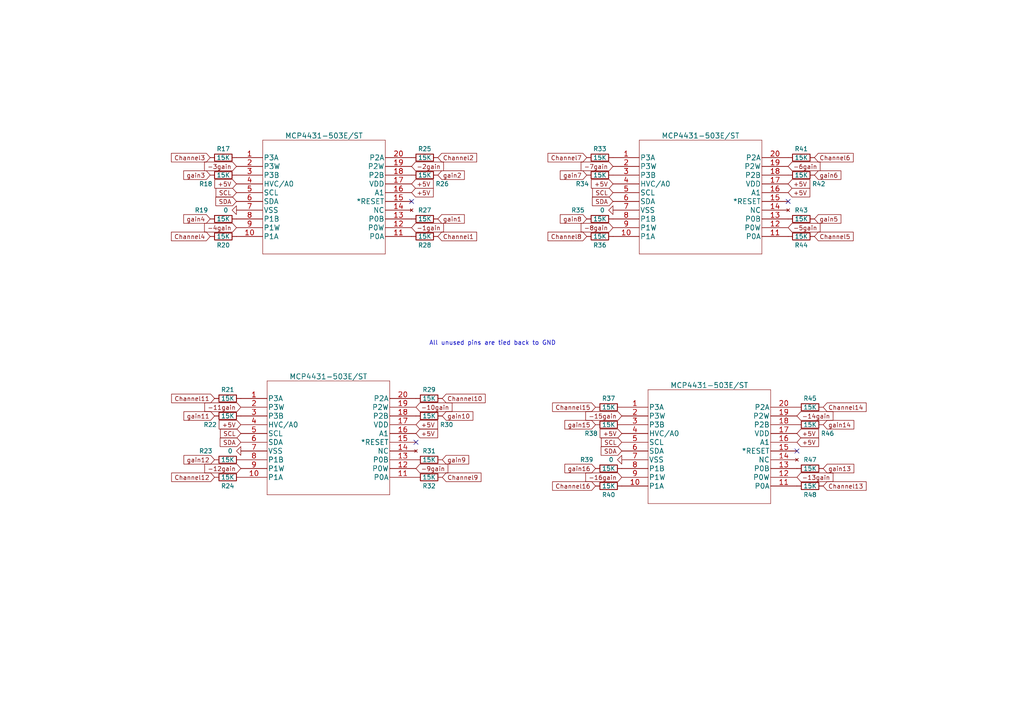
<source format=kicad_sch>
(kicad_sch (version 20230121) (generator eeschema)
  (paper "A4")
  (lib_symbols
    (symbol "Device:R" (pin_numbers hide) (pin_names (offset 0))
      (property "Reference" "R" (at 2.032 0 90))
      (property "Value" "R" (at 0 0 90))
      (symbol "R_0_1"
        (rectangle (start -1.016 -2.54) (end 1.016 2.54) (stroke (width 0.254)))
      )
      (symbol "R_1_1"
        (pin passive line (at 0 3.81 270) (length 1.27) (name "~") (number "1"))
        (pin passive line (at 0 -3.81 90) (length 1.27) (name "~") (number "2"))
      )
    )
    (symbol "FaultSignalGeneratorCustomSymbols:MCP4431-503E/ST" (pin_names (offset 0.254))
      (property "Reference" "U" (at 25.4 10.16 0))
      (property "Value" "MCP4431-503E/ST" (at 25.4 7.62 0))
      (symbol "MCP4431-503E/ST_1_1"
        (polyline (pts (xy 7.62 -27.94) (xy 43.18 -27.94)) (stroke (width 0.127)))
        (polyline (pts (xy 7.62 5.08) (xy 7.62 -27.94)) (stroke (width 0.127)))
        (polyline (pts (xy 43.18 -27.94) (xy 43.18 5.08)) (stroke (width 0.127)))
        (polyline (pts (xy 43.18 5.08) (xy 7.62 5.08)) (stroke (width 0.127)))
        (pin unspecified line (at 0 0 0) (length 7.62) (name "P3A") (number "1"))
        (pin unspecified line (at 0 -22.86 0) (length 7.62) (name "P1A") (number "10"))
        (pin unspecified line (at 50.8 -22.86 180) (length 7.62) (name "P0A") (number "11"))
        (pin unspecified line (at 50.8 -20.32 180) (length 7.62) (name "P0W") (number "12"))
        (pin unspecified line (at 50.8 -17.78 180) (length 7.62) (name "P0B") (number "13"))
        (pin no_connect line (at 50.8 -15.24 180) (length 7.62) (name "NC") (number "14"))
        (pin input line (at 50.8 -12.7 180) (length 7.62) (name "*RESET") (number "15"))
        (pin input line (at 50.8 -10.16 180) (length 7.62) (name "A1") (number "16"))
        (pin power_in line (at 50.8 -7.62 180) (length 7.62) (name "VDD") (number "17"))
        (pin unspecified line (at 50.8 -5.08 180) (length 7.62) (name "P2B") (number "18"))
        (pin unspecified line (at 50.8 -2.54 180) (length 7.62) (name "P2W") (number "19"))
        (pin unspecified line (at 0 -2.54 0) (length 7.62) (name "P3W") (number "2"))
        (pin unspecified line (at 50.8 0 180) (length 7.62) (name "P2A") (number "20"))
        (pin unspecified line (at 0 -5.08 0) (length 7.62) (name "P3B") (number "3"))
        (pin input line (at 0 -7.62 0) (length 7.62) (name "HVC/A0") (number "4"))
        (pin input line (at 0 -10.16 0) (length 7.62) (name "SCL") (number "5"))
        (pin input line (at 0 -12.7 0) (length 7.62) (name "SDA") (number "6"))
        (pin power_in line (at 0 -15.24 0) (length 7.62) (name "VSS") (number "7"))
        (pin unspecified line (at 0 -17.78 0) (length 7.62) (name "P1B") (number "8"))
        (pin unspecified line (at 0 -20.32 0) (length 7.62) (name "P1W") (number "9"))
      )
    )
    (symbol "pspice:0" (power) (pin_names (offset 0))
      (property "Value" "0" (at 0 -1.778 0))
      (symbol "0_0_1"
        (polyline (pts (xy -1.27 0) (xy 0 -1.27) (xy 1.27 0) (xy -1.27 0)))
      )
      (symbol "0_1_1"
        (pin power_in line (at 0 0 0) (length 0) hide (name "0") (number "1"))
      )
    )
  )
  (no_connect (at 228.6 58.42))
  (no_connect (at 231.14 130.81))
  (no_connect (at 120.65 128.27))
  (no_connect (at 119.38 58.42))
  (text "All unused pins are tied back to GND\n" (at 124.46 100.33 0) (effects (font (size 1.27 1.27)) (justify left bottom)))
  (global_label "gain15" (shape input) (at 172.72 123.19 180) (property "Intersheetrefs" "${INTERSHEET_REFS}" (effects hide)))
  (global_label "SDA" (shape input) (at 68.58 58.42 180) (property "Intersheetrefs" "${INTERSHEET_REFS}" (effects hide)))
  (global_label "Channel6" (shape input) (at 236.22 45.72 0) (property "Intersheetrefs" "${INTERSHEET_REFS}" (effects hide)))
  (global_label "Channel3" (shape input) (at 60.96 45.72 180) (property "Intersheetrefs" "${INTERSHEET_REFS}" (effects hide)))
  (global_label "gain4" (shape input) (at 60.96 63.5 180) (property "Intersheetrefs" "${INTERSHEET_REFS}" (effects hide)))
  (global_label "gain8" (shape input) (at 170.18 63.5 180) (property "Intersheetrefs" "${INTERSHEET_REFS}" (effects hide)))
  (global_label "+5V" (shape input) (at 177.8 53.34 180) (property "Intersheetrefs" "${INTERSHEET_REFS}" (effects hide)))
  (global_label "Channel11" (shape input) (at 62.23 115.57 180) (property "Intersheetrefs" "${INTERSHEET_REFS}" (effects hide)))
  (global_label "-8gain" (shape input) (at 177.8 66.04 180) (property "Intersheetrefs" "${INTERSHEET_REFS}" (effects hide)))
  (global_label "gain3" (shape input) (at 60.96 50.8 180) (property "Intersheetrefs" "${INTERSHEET_REFS}" (effects hide)))
  (global_label "SDA" (shape input) (at 180.34 130.81 180) (property "Intersheetrefs" "${INTERSHEET_REFS}" (effects hide)))
  (global_label "+5V" (shape input) (at 68.58 53.34 180) (property "Intersheetrefs" "${INTERSHEET_REFS}" (effects hide)))
  (global_label "Channel16" (shape input) (at 172.72 140.97 180) (property "Intersheetrefs" "${INTERSHEET_REFS}" (effects hide)))
  (global_label "SDA" (shape input) (at 177.8 58.42 180) (property "Intersheetrefs" "${INTERSHEET_REFS}" (effects hide)))
  (global_label "+5V" (shape input) (at 228.6 53.34 0) (property "Intersheetrefs" "${INTERSHEET_REFS}" (effects hide)))
  (global_label "gain1" (shape input) (at 127 63.5 0) (property "Intersheetrefs" "${INTERSHEET_REFS}" (effects hide)))
  (global_label "Channel14" (shape input) (at 238.76 118.11 0) (property "Intersheetrefs" "${INTERSHEET_REFS}" (effects hide)))
  (global_label "Channel4" (shape input) (at 60.96 68.58 180) (property "Intersheetrefs" "${INTERSHEET_REFS}" (effects hide)))
  (global_label "+5V" (shape input) (at 231.14 128.27 0) (property "Intersheetrefs" "${INTERSHEET_REFS}" (effects hide)))
  (global_label "-5gain" (shape input) (at 228.6 66.04 0) (property "Intersheetrefs" "${INTERSHEET_REFS}" (effects hide)))
  (global_label "gain6" (shape input) (at 236.22 50.8 0) (property "Intersheetrefs" "${INTERSHEET_REFS}" (effects hide)))
  (global_label "+5V" (shape input) (at 231.14 125.73 0) (property "Intersheetrefs" "${INTERSHEET_REFS}" (effects hide)))
  (global_label "-14gain" (shape input) (at 231.14 120.65 0) (property "Intersheetrefs" "${INTERSHEET_REFS}" (effects hide)))
  (global_label "gain9" (shape input) (at 128.27 133.35 0) (property "Intersheetrefs" "${INTERSHEET_REFS}" (effects hide)))
  (global_label "gain16" (shape input) (at 172.72 135.89 180) (property "Intersheetrefs" "${INTERSHEET_REFS}" (effects hide)))
  (global_label "-3gain" (shape input) (at 68.58 48.26 180) (property "Intersheetrefs" "${INTERSHEET_REFS}" (effects hide)))
  (global_label "gain2" (shape input) (at 127 50.8 0) (property "Intersheetrefs" "${INTERSHEET_REFS}" (effects hide)))
  (global_label "-11gain" (shape input) (at 69.85 118.11 180) (property "Intersheetrefs" "${INTERSHEET_REFS}" (effects hide)))
  (global_label "Channel2" (shape input) (at 127 45.72 0) (property "Intersheetrefs" "${INTERSHEET_REFS}" (effects hide)))
  (global_label "Channel9" (shape input) (at 128.27 138.43 0) (property "Intersheetrefs" "${INTERSHEET_REFS}" (effects hide)))
  (global_label "Channel10" (shape input) (at 128.27 115.57 0) (property "Intersheetrefs" "${INTERSHEET_REFS}" (effects hide)))
  (global_label "SDA" (shape input) (at 69.85 128.27 180) (property "Intersheetrefs" "${INTERSHEET_REFS}" (effects hide)))
  (global_label "SCL" (shape input) (at 68.58 55.88 180) (property "Intersheetrefs" "${INTERSHEET_REFS}" (effects hide)))
  (global_label "SCL" (shape input) (at 177.8 55.88 180) (property "Intersheetrefs" "${INTERSHEET_REFS}" (effects hide)))
  (global_label "gain5" (shape input) (at 236.22 63.5 0) (property "Intersheetrefs" "${INTERSHEET_REFS}" (effects hide)))
  (global_label "gain14" (shape input) (at 238.76 123.19 0) (property "Intersheetrefs" "${INTERSHEET_REFS}" (effects hide)))
  (global_label "-2gain" (shape input) (at 119.38 48.26 0) (property "Intersheetrefs" "${INTERSHEET_REFS}" (effects hide)))
  (global_label "+5V" (shape input) (at 120.65 123.19 0) (property "Intersheetrefs" "${INTERSHEET_REFS}" (effects hide)))
  (global_label "gain7" (shape input) (at 170.18 50.8 180) (property "Intersheetrefs" "${INTERSHEET_REFS}" (effects hide)))
  (global_label "Channel1" (shape input) (at 127 68.58 0) (property "Intersheetrefs" "${INTERSHEET_REFS}" (effects hide)))
  (global_label "gain13" (shape input) (at 238.76 135.89 0) (property "Intersheetrefs" "${INTERSHEET_REFS}" (effects hide)))
  (global_label "+5V" (shape input) (at 228.6 55.88 0) (property "Intersheetrefs" "${INTERSHEET_REFS}" (effects hide)))
  (global_label "-9gain" (shape input) (at 120.65 135.89 0) (property "Intersheetrefs" "${INTERSHEET_REFS}" (effects hide)))
  (global_label "gain12" (shape input) (at 62.23 133.35 180) (property "Intersheetrefs" "${INTERSHEET_REFS}" (effects hide)))
  (global_label "Channel7" (shape input) (at 170.18 45.72 180) (property "Intersheetrefs" "${INTERSHEET_REFS}" (effects hide)))
  (global_label "-4gain" (shape input) (at 68.58 66.04 180) (property "Intersheetrefs" "${INTERSHEET_REFS}" (effects hide)))
  (global_label "Channel13" (shape input) (at 238.76 140.97 0) (property "Intersheetrefs" "${INTERSHEET_REFS}" (effects hide)))
  (global_label "-6gain" (shape input) (at 228.6 48.26 0) (property "Intersheetrefs" "${INTERSHEET_REFS}" (effects hide)))
  (global_label "+5V" (shape input) (at 119.38 53.34 0) (property "Intersheetrefs" "${INTERSHEET_REFS}" (effects hide)))
  (global_label "-13gain" (shape input) (at 231.14 138.43 0) (property "Intersheetrefs" "${INTERSHEET_REFS}" (effects hide)))
  (global_label "SCL" (shape input) (at 69.85 125.73 180) (property "Intersheetrefs" "${INTERSHEET_REFS}" (effects hide)))
  (global_label "Channel15" (shape input) (at 172.72 118.11 180) (property "Intersheetrefs" "${INTERSHEET_REFS}" (effects hide)))
  (global_label "-16gain" (shape input) (at 180.34 138.43 180) (property "Intersheetrefs" "${INTERSHEET_REFS}" (effects hide)))
  (global_label "Channel8" (shape input) (at 170.18 68.58 180) (property "Intersheetrefs" "${INTERSHEET_REFS}" (effects hide)))
  (global_label "-7gain" (shape input) (at 177.8 48.26 180) (property "Intersheetrefs" "${INTERSHEET_REFS}" (effects hide)))
  (global_label "gain11" (shape input) (at 62.23 120.65 180) (property "Intersheetrefs" "${INTERSHEET_REFS}" (effects hide)))
  (global_label "-15gain" (shape input) (at 180.34 120.65 180) (property "Intersheetrefs" "${INTERSHEET_REFS}" (effects hide)))
  (global_label "+5V" (shape input) (at 180.34 125.73 180) (property "Intersheetrefs" "${INTERSHEET_REFS}" (effects hide)))
  (global_label "-10gain" (shape input) (at 120.65 118.11 0) (property "Intersheetrefs" "${INTERSHEET_REFS}" (effects hide)))
  (global_label "+5V" (shape input) (at 69.85 123.19 180) (property "Intersheetrefs" "${INTERSHEET_REFS}" (effects hide)))
  (global_label "gain10" (shape input) (at 128.27 120.65 0) (property "Intersheetrefs" "${INTERSHEET_REFS}" (effects hide)))
  (global_label "+5V" (shape input) (at 119.38 55.88 0) (property "Intersheetrefs" "${INTERSHEET_REFS}" (effects hide)))
  (global_label "-1gain" (shape input) (at 119.38 66.04 0) (property "Intersheetrefs" "${INTERSHEET_REFS}" (effects hide)))
  (global_label "Channel12" (shape input) (at 62.23 138.43 180) (property "Intersheetrefs" "${INTERSHEET_REFS}" (effects hide)))
  (global_label "SCL" (shape input) (at 180.34 128.27 180) (property "Intersheetrefs" "${INTERSHEET_REFS}" (effects hide)))
  (global_label "Channel5" (shape input) (at 236.22 68.58 0) (property "Intersheetrefs" "${INTERSHEET_REFS}" (effects hide)))
  (global_label "-12gain" (shape input) (at 69.85 135.89 180) (property "Intersheetrefs" "${INTERSHEET_REFS}" (effects hide)))
  (global_label "+5V" (shape input) (at 120.65 125.73 0) (property "Intersheetrefs" "${INTERSHEET_REFS}" (effects hide)))
  (symbol (lib_id "Device:R") (at 66.04 133.35 90) (unit 1)
    (property "Reference" "R23" (at 59.69 130.81 90))
    (property "Value" "15K" (at 66.04 133.35 90))
    (property "Footprint" "Resistor_SMD:R_1206_3216Metric" (effects hide))
  )
  (symbol (lib_id "Device:R") (at 176.53 140.97 90) (unit 1)
    (property "Reference" "R40" (at 176.53 143.51 90))
    (property "Value" "15K" (at 176.53 140.97 90))
    (property "Footprint" "Resistor_SMD:R_1206_3216Metric" (effects hide))
  )
  (symbol (lib_id "Device:R") (at 232.41 50.8 90) (unit 1)
    (property "Reference" "R42" (at 237.49 53.34 90))
    (property "Value" "15K" (at 232.41 50.8 90))
    (property "Footprint" "Resistor_SMD:R_1206_3216Metric" (effects hide))
  )
  (symbol (lib_id "FaultSignalGeneratorCustomSymbols:MCP4431-503E/ST") (at 180.34 118.11 0) (unit 1)
    (property "Reference" "U4" (effects hide))
    (property "Value" "MCP4431-503E/ST" (at 205.74 111.76 0) (effects (font (size 1.524 1.524))))
    (property "Footprint" "Package_SO:TSSOP-20_4.4x6.5mm_P0.65mm" (effects hide))
  )
  (symbol (lib_id "Device:R") (at 64.77 50.8 90) (unit 1)
    (property "Reference" "R18" (at 59.69 53.34 90))
    (property "Value" "15K" (at 64.77 50.8 90))
    (property "Footprint" "Resistor_SMD:R_1206_3216Metric" (effects hide))
  )
  (symbol (lib_id "Device:R") (at 64.77 68.58 90) (unit 1)
    (property "Reference" "R20" (at 64.77 71.12 90))
    (property "Value" "15K" (at 64.77 68.58 90))
    (property "Footprint" "Resistor_SMD:R_1206_3216Metric" (effects hide))
  )
  (symbol (lib_id "Device:R") (at 123.19 50.8 90) (unit 1)
    (property "Reference" "R26" (at 128.27 53.34 90))
    (property "Value" "15K" (at 123.19 50.8 90))
    (property "Footprint" "Resistor_SMD:R_1206_3216Metric" (effects hide))
  )
  (symbol (lib_id "FaultSignalGeneratorCustomSymbols:MCP4431-503E/ST") (at 68.58 45.72 0) (unit 1)
    (property "Reference" "U1" (effects hide))
    (property "Value" "MCP4431-503E/ST" (at 93.98 39.37 0) (effects (font (size 1.524 1.524))))
    (property "Footprint" "Package_SO:TSSOP-20_4.4x6.5mm_P0.65mm" (effects hide))
  )
  (symbol (lib_id "Device:R") (at 234.95 118.11 90) (unit 1)
    (property "Reference" "R45" (at 234.95 115.57 90))
    (property "Value" "15K" (at 234.95 118.11 90))
    (property "Footprint" "Resistor_SMD:R_1206_3216Metric" (effects hide))
  )
  (symbol (lib_id "Device:R") (at 232.41 45.72 90) (unit 1)
    (property "Reference" "R41" (at 232.41 43.18 90))
    (property "Value" "15K" (at 232.41 45.72 90))
    (property "Footprint" "Resistor_SMD:R_1206_3216Metric" (effects hide))
  )
  (symbol (lib_id "Device:R") (at 123.19 68.58 90) (unit 1)
    (property "Reference" "R28" (at 123.19 71.12 90))
    (property "Value" "15K" (at 123.19 68.58 90))
    (property "Footprint" "Resistor_SMD:R_1206_3216Metric" (effects hide))
  )
  (symbol (lib_id "Device:R") (at 124.46 138.43 90) (unit 1)
    (property "Reference" "R32" (at 124.46 140.97 90))
    (property "Value" "15K" (at 124.46 138.43 90))
    (property "Footprint" "Resistor_SMD:R_1206_3216Metric" (effects hide))
  )
  (symbol (lib_id "Device:R") (at 64.77 63.5 90) (unit 1)
    (property "Reference" "R19" (at 58.42 60.96 90))
    (property "Value" "15K" (at 64.77 63.5 90))
    (property "Footprint" "Resistor_SMD:R_1206_3216Metric" (effects hide))
  )
  (symbol (lib_id "Device:R") (at 234.95 123.19 90) (unit 1)
    (property "Reference" "R46" (at 240.03 125.73 90))
    (property "Value" "15K" (at 234.95 123.19 90))
    (property "Footprint" "Resistor_SMD:R_1206_3216Metric" (effects hide))
  )
  (symbol (lib_id "Device:R") (at 173.99 63.5 90) (unit 1)
    (property "Reference" "R35" (at 167.64 60.96 90))
    (property "Value" "15K" (at 173.99 63.5 90))
    (property "Footprint" "Resistor_SMD:R_1206_3216Metric" (effects hide))
  )
  (symbol (lib_id "Device:R") (at 173.99 68.58 90) (unit 1)
    (property "Reference" "R36" (at 173.99 71.12 90))
    (property "Value" "15K" (at 173.99 68.58 90))
    (property "Footprint" "Resistor_SMD:R_1206_3216Metric" (effects hide))
  )
  (symbol (lib_id "Device:R") (at 176.53 123.19 90) (unit 1)
    (property "Reference" "R38" (at 171.45 125.73 90))
    (property "Value" "15K" (at 176.53 123.19 90))
    (property "Footprint" "Resistor_SMD:R_1206_3216Metric" (effects hide))
  )
  (symbol (lib_id "Device:R") (at 176.53 135.89 90) (unit 1)
    (property "Reference" "R39" (at 170.18 133.35 90))
    (property "Value" "15K" (at 176.53 135.89 90))
    (property "Footprint" "Resistor_SMD:R_1206_3216Metric" (effects hide))
  )
  (symbol (lib_id "pspice:0") (at 69.85 130.81 270) (unit 1)
    (property "Reference" "#GND024" (effects hide))
    (property "Value" "0" (at 66.04 130.81 90) (effects (justify left)))
  )
  (symbol (lib_id "FaultSignalGeneratorCustomSymbols:MCP4431-503E/ST") (at 177.8 45.72 0) (unit 1)
    (property "Reference" "U3" (effects hide))
    (property "Value" "MCP4431-503E/ST" (at 203.2 39.37 0) (effects (font (size 1.524 1.524))))
    (property "Footprint" "Package_SO:TSSOP-20_4.4x6.5mm_P0.65mm" (effects hide))
  )
  (symbol (lib_id "Device:R") (at 173.99 45.72 90) (unit 1)
    (property "Reference" "R33" (at 173.99 43.18 90))
    (property "Value" "15K" (at 173.99 45.72 90))
    (property "Footprint" "Resistor_SMD:R_1206_3216Metric" (effects hide))
  )
  (symbol (lib_id "Device:R") (at 234.95 140.97 90) (unit 1)
    (property "Reference" "R48" (at 234.95 143.51 90))
    (property "Value" "15K" (at 234.95 140.97 90))
    (property "Footprint" "Resistor_SMD:R_1206_3216Metric" (effects hide))
  )
  (symbol (lib_id "Device:R") (at 124.46 115.57 90) (unit 1)
    (property "Reference" "R29" (at 124.46 113.03 90))
    (property "Value" "15K" (at 124.46 115.57 90))
    (property "Footprint" "Resistor_SMD:R_1206_3216Metric" (effects hide))
  )
  (symbol (lib_id "Device:R") (at 123.19 45.72 90) (unit 1)
    (property "Reference" "R25" (at 123.19 43.18 90))
    (property "Value" "15K" (at 123.19 45.72 90))
    (property "Footprint" "Resistor_SMD:R_1206_3216Metric" (effects hide))
  )
  (symbol (lib_id "Device:R") (at 123.19 63.5 90) (unit 1)
    (property "Reference" "R27" (at 123.19 60.96 90))
    (property "Value" "15K" (at 123.19 63.5 90))
    (property "Footprint" "Resistor_SMD:R_1206_3216Metric" (effects hide))
  )
  (symbol (lib_id "Device:R") (at 66.04 138.43 90) (unit 1)
    (property "Reference" "R24" (at 66.04 140.97 90))
    (property "Value" "15K" (at 66.04 138.43 90))
    (property "Footprint" "Resistor_SMD:R_1206_3216Metric" (effects hide))
  )
  (symbol (lib_id "Device:R") (at 66.04 115.57 90) (unit 1)
    (property "Reference" "R21" (at 66.04 113.03 90))
    (property "Value" "15K" (at 66.04 115.57 90))
    (property "Footprint" "Resistor_SMD:R_1206_3216Metric" (effects hide))
  )
  (symbol (lib_id "pspice:0") (at 68.58 60.96 270) (unit 1)
    (property "Reference" "#GND023" (effects hide))
    (property "Value" "0" (at 64.77 60.96 90) (effects (justify left)))
  )
  (symbol (lib_id "Device:R") (at 173.99 50.8 90) (unit 1)
    (property "Reference" "R34" (at 168.91 53.34 90))
    (property "Value" "15K" (at 173.99 50.8 90))
    (property "Footprint" "Resistor_SMD:R_1206_3216Metric" (effects hide))
  )
  (symbol (lib_id "Device:R") (at 232.41 63.5 90) (unit 1)
    (property "Reference" "R43" (at 232.41 60.96 90))
    (property "Value" "15K" (at 232.41 63.5 90))
    (property "Footprint" "Resistor_SMD:R_1206_3216Metric" (effects hide))
  )
  (symbol (lib_id "pspice:0") (at 177.8 60.96 270) (unit 1)
    (property "Reference" "#GND025" (effects hide))
    (property "Value" "0" (at 173.99 60.96 90) (effects (justify left)))
  )
  (symbol (lib_id "pspice:0") (at 180.34 133.35 270) (unit 1)
    (property "Reference" "#GND026" (effects hide))
    (property "Value" "0" (at 176.53 133.35 90) (effects (justify left)))
  )
  (symbol (lib_id "Device:R") (at 176.53 118.11 90) (unit 1)
    (property "Reference" "R37" (at 176.53 115.57 90))
    (property "Value" "15K" (at 176.53 118.11 90))
    (property "Footprint" "Resistor_SMD:R_1206_3216Metric" (effects hide))
  )
  (symbol (lib_id "Device:R") (at 232.41 68.58 90) (unit 1)
    (property "Reference" "R44" (at 232.41 71.12 90))
    (property "Value" "15K" (at 232.41 68.58 90))
    (property "Footprint" "Resistor_SMD:R_1206_3216Metric" (effects hide))
  )
  (symbol (lib_id "Device:R") (at 124.46 133.35 90) (unit 1)
    (property "Reference" "R31" (at 124.46 130.81 90))
    (property "Value" "15K" (at 124.46 133.35 90))
    (property "Footprint" "Resistor_SMD:R_1206_3216Metric" (effects hide))
  )
  (symbol (lib_id "FaultSignalGeneratorCustomSymbols:MCP4431-503E/ST") (at 69.85 115.57 0) (unit 1)
    (property "Reference" "U2" (effects hide))
    (property "Value" "MCP4431-503E/ST" (at 95.25 109.22 0) (effects (font (size 1.524 1.524))))
    (property "Footprint" "Package_SO:TSSOP-20_4.4x6.5mm_P0.65mm" (effects hide))
  )
  (symbol (lib_id "Device:R") (at 234.95 135.89 90) (unit 1)
    (property "Reference" "R47" (at 234.95 133.35 90))
    (property "Value" "15K" (at 234.95 135.89 90))
    (property "Footprint" "Resistor_SMD:R_1206_3216Metric" (effects hide))
  )
  (symbol (lib_id "Device:R") (at 66.04 120.65 90) (unit 1)
    (property "Reference" "R22" (at 60.96 123.19 90))
    (property "Value" "15K" (at 66.04 120.65 90))
    (property "Footprint" "Resistor_SMD:R_1206_3216Metric" (effects hide))
  )
  (symbol (lib_id "Device:R") (at 64.77 45.72 90) (unit 1)
    (property "Reference" "R17" (at 64.77 43.18 90))
    (property "Value" "15K" (at 64.77 45.72 90))
    (property "Footprint" "Resistor_SMD:R_1206_3216Metric" (effects hide))
  )
  (symbol (lib_id "Device:R") (at 124.46 120.65 90) (unit 1)
    (property "Reference" "R30" (at 129.54 123.19 90))
    (property "Value" "15K" (at 124.46 120.65 90))
    (property "Footprint" "Resistor_SMD:R_1206_3216Metric" (effects hide))
  )
)
</source>
